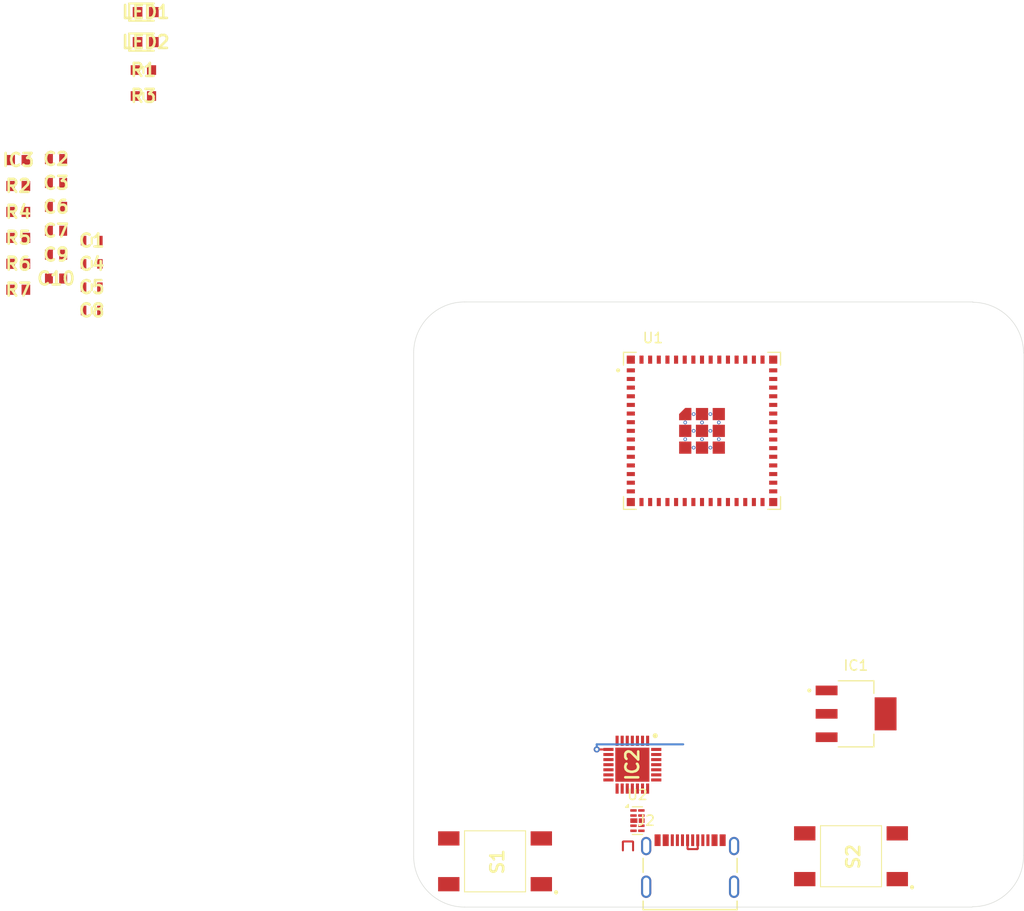
<source format=kicad_pcb>
(kicad_pcb (version 20241229) (generator "pcbnew") (generator_version "9.0")
  (layers (0 "F.Cu" signal) (2 "B.Cu" signal) (13 "F.Paste" user) (15 "B.Paste" user) (5 "F.SilkS" user "F.Silkscreen") (7 "B.SilkS" user "B.Silkscreen") (1 "F.Mask" user) (3 "B.Mask" user) (25 "Edge.Cuts" user))
  (net 0 "")
  (net 1 "+3V3")
  (net 2 "GND")
  (net 3 "+5V_USB")
  (net 4 "/ESP_EN")
  (net 5 "/GPIO0")
  (net 11 "/DTS")
  (net 12 "/USB_RX")
  (net 13 "/USB_TX")
  (net 14 "/RTS")
  (net 20 "unconnected-(IC2-GPIO.4-Pad22)")
  (net 26 "/USB_P")
  (net 28 "/USB_N")
  (net 30 "Net-(IC3-B1)")
  (net 32 "Net-(J2-CC2)")
  (net 33 "Net-(J2-CC1)")
  (net 35 "Net-(LED1-A)")
  (net 36 "Net-(LED2-A)")
  (net 37 "Net-(IC3-B2)")
  (footprint "Cap 0.1uF 0603:CAPC1608X90N" (layer "F.Cu") (at 184.835 203.95)
    (property "Reference" "C2" (at 0 0 0) (layer "F.SilkS") (effects (font (size 1.27 1.27) (thickness 0.254))))
    (property "Value" "10uF" (hide yes))
    (pad "1" smd rect (at -0.7 0) (size 0.78 0.99) (layers "F.Cu" "F.Mask" "F.Paste") (net 2 "GND"))
    (pad "2" smd rect (at 0.7 0) (size 0.78 0.99) (layers "F.Cu" "F.Mask" "F.Paste") (net 3 "+5V_USB"))
  )
  (footprint "Res 5.1k 0603:RESC1608X55N" (layer "F.Cu") (at 193.425 197.75)
    (property "Reference" "R3" (at 0 0 0) (layer "F.SilkS") (effects (font (size 1.27 1.27) (thickness 0.254))))
    (property "Value" "5.1k" (hide yes))
    (fp_line (start 0 -0.3) (end 0 0.3) (stroke (width 0.2)) (layer "F.SilkS"))
    (pad "1" smd rect (at -0.8 0) (size 0.9 0.95) (layers "F.Cu" "F.Mask" "F.Paste") (net 33 "Net-(J2-CC1)"))
    (pad "2" smd rect (at 0.8 0) (size 0.9 0.95) (layers "F.Cu" "F.Mask" "F.Paste") (net 2 "GND"))
  )
  (footprint "Package_DFN_QFN:Diodes_UDFN-10_1.0x2.5mm_P0.5mm" (layer "F.Cu") (at 242 269)
    (property "Reference" "U2" (at 0 -2.54 0) (layer "F.SilkS"))
    (property "Value" "D3V3XA4B10LP" (hide yes))
    (fp_line (start 0.5 -1.36) (end -0.5 -1.36) (stroke (width 0.12)) (layer "F.SilkS"))
    (fp_line (start 0.5 1.36) (end -0.5 1.36) (stroke (width 0.12)) (layer "F.SilkS"))
    (fp_poly (pts (xy -0.89 -1.31) (xy -1.17 -1.31) (xy -0.89 -1.59) (xy -0.89 -1.31)) (stroke (width 0.12)) (fill yes) (layer "F.SilkS"))
    (pad "1" smd rect (at -0.3875 -1 270) (size 0.25 0.625) (layers "F.Cu" "F.Mask" "F.Paste") (net 26 "/USB_P"))
    (pad "2" smd rect (at -0.3875 -0.5 270) (size 0.25 0.625) (layers "F.Cu" "F.Mask" "F.Paste") (net 28 "/USB_N"))
    (pad "3" smd rect (at -0.35 0 270) (size 0.45 0.7) (layers "F.Cu" "F.Mask" "F.Paste") (net 2 "GND"))
    (pad "4" smd rect (at -0.3875 0.5 270) (size 0.25 0.625) (layers "F.Cu" "F.Mask" "F.Paste") (net 3 "+5V_USB"))
    (pad "5" smd rect (at -0.3875 1 270) (size 0.25 0.625) (layers "F.Cu" "F.Mask" "F.Paste"))
    (pad "6" smd rect (at 0.3875 1 270) (size 0.25 0.625) (layers "F.Cu" "F.Mask" "F.Paste"))
    (pad "7" smd rect (at 0.3875 0.5 270) (size 0.25 0.625) (layers "F.Cu" "F.Mask" "F.Paste"))
    (pad "8" smd rect (at 0.4125 0 270) (size 0.45 0.575) (layers "F.Cu" "F.Mask" "F.Paste") (net 2 "GND"))
    (pad "9" smd rect (at 0.3875 -0.5 270) (size 0.25 0.625) (layers "F.Cu" "F.Mask" "F.Paste"))
    (pad "10" smd rect (at 0.3875 -1 270) (size 0.25 0.625) (layers "F.Cu" "F.Mask" "F.Paste"))
  )
  (footprint "Cap 0.1uF 0603:CAPC1608X90N" (layer "F.Cu") (at 184.835 215.7)
    (property "Reference" "C10" (at 0 0 0) (layer "F.SilkS") (effects (font (size 1.27 1.27) (thickness 0.254))))
    (property "Value" "0.1uF" (hide yes))
    (pad "1" smd rect (at -0.7 0) (size 0.78 0.99) (layers "F.Cu" "F.Mask" "F.Paste") (net 2 "GND"))
    (pad "2" smd rect (at 0.7 0) (size 0.78 0.99) (layers "F.Cu" "F.Mask" "F.Paste") (net 5 "/GPIO0"))
  )
  (footprint "REG1117-3.3:SOT230P700X180-4N" (layer "F.Cu") (at 263.5 258.5)
    (property "Reference" "IC1" (at -0.025 -4.754 0) (layer "F.SilkS"))
    (property "Value" "REG1117-3.3")
    (fp_line (start -1.75 -3.25) (end 1.75 -3.25) (stroke (width 0.127)) (layer "F.SilkS"))
    (fp_line (start -1.75 3.25) (end 1.75 3.25) (stroke (width 0.127)) (layer "F.SilkS"))
    (fp_line (start 1.75 -3.25) (end 1.75 -2.01) (stroke (width 0.127)) (layer "F.SilkS"))
    (fp_line (start 1.75 3.25) (end 1.75 2.01) (stroke (width 0.127)) (layer "F.SilkS"))
    (fp_circle (center -4.6 -2.3) (end -4.5 -2.3) (stroke (width 0.2)) (fill no) (layer "F.SilkS"))
    (pad "1" smd rect (at -2.9 -2.3) (size 2.15 0.95) (layers "F.Cu" "F.Mask" "F.Paste") (net 2 "GND"))
    (pad "2" smd rect (at -2.9 0) (size 2.15 0.95) (layers "F.Cu" "F.Mask" "F.Paste") (net 1 "+3V3"))
    (pad "3" smd rect (at -2.9 2.3) (size 2.15 0.95) (layers "F.Cu" "F.Mask" "F.Paste") (net 3 "+5V_USB"))
    (pad "4" smd rect (at 2.9 0) (size 2.15 3.25) (layers "F.Cu" "F.Mask" "F.Paste") (net 1 "+3V3"))
  )
  (footprint "Cap 4.7uF 0603:CAPC1608X90N" (layer "F.Cu") (at 188.345 214.26)
    (property "Reference" "C4" (at 0 0 0) (layer "F.SilkS") (effects (font (size 1.27 1.27) (thickness 0.254))))
    (property "Value" "4.7uF" (hide yes))
    (fp_line (start 0 -0.3) (end 0 0.3) (stroke (width 0.2)) (layer "F.SilkS"))
    (pad "1" smd rect (at -0.8 0) (size 0.54 0.94) (layers "F.Cu" "F.Mask" "F.Paste") (net 3 "+5V_USB"))
    (pad "2" smd rect (at 0.8 0) (size 0.54 0.94) (layers "F.Cu" "F.Mask" "F.Paste") (net 2 "GND"))
  )
  (footprint "Cap 0.1uF 0603:CAPC1608X90N" (layer "F.Cu") (at 184.835 211)
    (property "Reference" "C7" (at 0 0 0) (layer "F.SilkS") (effects (font (size 1.27 1.27) (thickness 0.254))))
    (property "Value" "0.1uF" (hide yes))
    (pad "1" smd rect (at -0.7 0) (size 0.78 0.99) (layers "F.Cu" "F.Mask" "F.Paste") (net 2 "GND"))
    (pad "2" smd rect (at 0.7 0) (size 0.78 0.99) (layers "F.Cu" "F.Mask" "F.Paste") (net 1 "+3V3"))
  )
  (footprint "TL3301AF160QG:TL3301AF160QG" (layer "F.Cu") (at 228 273 90)
    (property "Reference" "S1" (at -0.05 0.225 90) (layer "F.SilkS") (effects (font (size 1.27 1.27) (thickness 0.254))))
    (property "Value" "TL3301AF160QG" (hide yes))
    (fp_line (start 3 -3) (end 3 3) (stroke (width 0.1)) (layer "F.SilkS"))
    (fp_line (start -3 -3) (end 3 -3) (stroke (width 0.1)) (layer "F.SilkS"))
    (fp_line (start 3 3) (end -3 3) (stroke (width 0.1)) (layer "F.SilkS"))
    (fp_line (start -3 3) (end -3 -3) (stroke (width 0.1)) (layer "F.SilkS"))
    (fp_line (start -3 6) (end -3 6) (stroke (width 0.3)) (layer "F.SilkS"))
    (fp_line (start -3.1 6) (end -3.1 6) (stroke (width 0.3)) (layer "F.SilkS"))
    (fp_arc (start -3 6) (mid -3.05 6.05) (end -3.1 6) (stroke (width 0.3)) (layer "F.SilkS"))
    (fp_arc (start -3.1 6) (mid -3.05 5.95) (end -3 6) (stroke (width 0.3)) (layer "F.SilkS"))
    (pad "1" smd rect (at -2.25 4.55 90) (size 1.4 2.1) (layers "F.Cu" "F.Mask" "F.Paste") (net 2 "GND"))
    (pad "2" smd rect (at -2.25 -4.55 90) (size 1.4 2.1) (layers "F.Cu" "F.Mask" "F.Paste") (net 2 "GND"))
    (pad "3" smd rect (at 2.25 4.55 90) (size 1.4 2.1) (layers "F.Cu" "F.Mask" "F.Paste") (net 4 "/ESP_EN"))
    (pad "4" smd rect (at 2.25 -4.55 90) (size 1.4 2.1) (layers "F.Cu" "F.Mask" "F.Paste") (net 4 "/ESP_EN"))
  )
  (footprint "Res 1k 0603:RESC1608X50N" (layer "F.Cu") (at 181.12 206.6)
    (property "Reference" "R2" (at 0 0 0) (layer "F.SilkS") (effects (font (size 1.27 1.27) (thickness 0.254))))
    (property "Value" "1k" (hide yes))
    (pad "1" smd rect (at -0.75 0) (size 0.85 1) (layers "F.Cu" "F.Mask" "F.Paste") (net 3 "+5V_USB"))
    (pad "2" smd rect (at 0.75 0) (size 0.85 1) (layers "F.Cu" "F.Mask" "F.Paste") (net 36 "Net-(LED2-A)"))
  )
  (footprint "Res 5.1k 0603:RESC1608X55N" (layer "F.Cu") (at 193.425 195.2)
    (property "Reference" "R1" (at 0 0 0) (layer "F.SilkS") (effects (font (size 1.27 1.27) (thickness 0.254))))
    (property "Value" "5.1k" (hide yes))
    (fp_line (start 0 -0.3) (end 0 0.3) (stroke (width 0.2)) (layer "F.SilkS"))
    (pad "1" smd rect (at -0.8 0) (size 0.9 0.95) (layers "F.Cu" "F.Mask" "F.Paste") (net 32 "Net-(J2-CC2)"))
    (pad "2" smd rect (at 0.8 0) (size 0.9 0.95) (layers "F.Cu" "F.Mask" "F.Paste") (net 2 "GND"))
  )
  (footprint "Red LED 0603:LEDC1608X115N" (layer "F.Cu") (at 193.65 192.45)
    (property "Reference" "LED2" (at 0 0 0) (layer "F.SilkS") (effects (font (size 1.27 1.27) (thickness 0.254))))
    (property "Value" "150060RS83000" (hide yes))
    (fp_line (start -1.625 -0.85) (end -1.625 0.85) (stroke (width 0.2)) (layer "F.SilkS"))
    (fp_line (start -1.625 0.85) (end 0.8 0.85) (stroke (width 0.2)) (layer "F.SilkS"))
    (fp_line (start 0.8 -0.85) (end -1.625 -0.85) (stroke (width 0.2)) (layer "F.SilkS"))
    (pad "1" smd rect (at -0.8 0) (size 0.95 1) (layers "F.Cu" "F.Mask" "F.Paste") (net 2 "GND"))
    (pad "2" smd rect (at 0.8 0) (size 0.95 1) (layers "F.Cu" "F.Mask" "F.Paste") (net 36 "Net-(LED2-A)"))
  )
  (footprint "Cap 0.1uF 0603:CAPC1608X90N" (layer "F.Cu") (at 184.835 208.65)
    (property "Reference" "C6" (at 0 0 0) (layer "F.SilkS") (effects (font (size 1.27 1.27) (thickness 0.254))))
    (property "Value" "0.1uF" (hide yes))
    (pad "1" smd rect (at -0.7 0) (size 0.78 0.99) (layers "F.Cu" "F.Mask" "F.Paste") (net 1 "+3V3"))
    (pad "2" smd rect (at 0.7 0) (size 0.78 0.99) (layers "F.Cu" "F.Mask" "F.Paste") (net 2 "GND"))
  )
  (footprint "ESP32-S3-MINI-1U-N8:XCVR_ESP32-S3-MINI-1U-N8" (layer "F.Cu") (at 248.35 230.675)
    (property "Reference" "U1" (at -4.825 -9.135 0) (layer "F.SilkS"))
    (property "Value" "ESP32-S3-MINI-1U-N8")
    (fp_line (start -7.72 -7.72) (end -6.47 -7.72) (stroke (width 0.127)) (layer "F.SilkS"))
    (fp_line (start -7.72 -6.47) (end -7.72 -7.72) (stroke (width 0.127)) (layer "F.SilkS"))
    (fp_line (start -7.72 7.72) (end -7.72 6.47) (stroke (width 0.127)) (layer "F.SilkS"))
    (fp_line (start -6.47 7.72) (end -7.72 7.72) (stroke (width 0.127)) (layer "F.SilkS"))
    (fp_line (start 6.47 -7.72) (end 7.72 -7.72) (stroke (width 0.127)) (layer "F.SilkS"))
    (fp_line (start 7.72 -7.72) (end 7.72 -6.47) (stroke (width 0.127)) (layer "F.SilkS"))
    (fp_line (start 7.72 6.47) (end 7.72 7.72) (stroke (width 0.127)) (layer "F.SilkS"))
    (fp_line (start 7.72 7.72) (end 6.47 7.72) (stroke (width 0.127)) (layer "F.SilkS"))
    (fp_circle (center -8.25 -5.95) (end -8.15 -5.95) (stroke (width 0.2)) (fill no) (layer "F.SilkS"))
    (pad "1" smd rect (at -7 -5.95) (size 0.8 0.4) (layers "F.Cu" "F.Mask" "F.Paste") (net 2 "GND"))
    (pad "2" smd rect (at -7 -5.1) (size 0.8 0.4) (layers "F.Cu" "F.Mask" "F.Paste") (net 2 "GND"))
    (pad "3" smd rect (at -7 -4.25) (size 0.8 0.4) (layers "F.Cu" "F.Mask" "F.Paste") (net 1 "+3V3"))
    (pad "4" smd rect (at -7 -3.4) (size 0.8 0.4) (layers "F.Cu" "F.Mask" "F.Paste") (net 5 "/GPIO0"))
    (pad "5" smd rect (at -7 -2.55) (size 0.8 0.4) (layers "F.Cu" "F.Mask" "F.Paste"))
    (pad "6" smd rect (at -7 -1.7) (size 0.8 0.4) (layers "F.Cu" "F.Mask" "F.Paste"))
    (pad "7" smd rect (at -7 -0.85) (size 0.8 0.4) (layers "F.Cu" "F.Mask" "F.Paste"))
    (pad "8" smd rect (at -7 0) (size 0.8 0.4) (layers "F.Cu" "F.Mask" "F.Paste"))
    (pad "9" smd rect (at -7 0.85) (size 0.8 0.4) (layers "F.Cu" "F.Mask" "F.Paste"))
    (pad "10" smd rect (at -7 1.7) (size 0.8 0.4) (layers "F.Cu" "F.Mask" "F.Paste"))
    (pad "11" smd rect (at -7 2.55) (size 0.8 0.4) (layers "F.Cu" "F.Mask" "F.Paste"))
    (pad "12" smd rect (at -7 3.4) (size 0.8 0.4) (layers "F.Cu" "F.Mask" "F.Paste"))
    (pad "13" smd rect (at -7 4.25) (size 0.8 0.4) (layers "F.Cu" "F.Mask" "F.Paste"))
    (pad "14" smd rect (at -7 5.1) (size 0.8 0.4) (layers "F.Cu" "F.Mask" "F.Paste"))
    (pad "15" smd rect (at -7 5.95) (size 0.8 0.4) (layers "F.Cu" "F.Mask" "F.Paste"))
    (pad "16" smd rect (at -5.95 7) (size 0.4 0.8) (layers "F.Cu" "F.Mask" "F.Paste"))
    (pad "17" smd rect (at -5.1 7) (size 0.4 0.8) (layers "F.Cu" "F.Mask" "F.Paste"))
    (pad "18" smd rect (at -4.25 7) (size 0.4 0.8) (layers "F.Cu" "F.Mask" "F.Paste"))
    (pad "19" smd rect (at -3.4 7) (size 0.4 0.8) (layers "F.Cu" "F.Mask" "F.Paste"))
    (pad "20" smd rect (at -2.55 7) (size 0.4 0.8) (layers "F.Cu" "F.Mask" "F.Paste"))
    (pad "21" smd rect (at -1.7 7) (size 0.4 0.8) (layers "F.Cu" "F.Mask" "F.Paste"))
    (pad "22" smd rect (at -0.85 7) (size 0.4 0.8) (layers "F.Cu" "F.Mask" "F.Paste"))
    (pad "23" smd rect (at 0 7) (size 0.4 0.8) (layers "F.Cu" "F.Mask" "F.Paste"))
    (pad "24" smd rect (at 0.85 7) (size 0.4 0.8) (layers "F.Cu" "F.Mask" "F.Paste"))
    (pad "25" smd rect (at 1.7 7) (size 0.4 0.8) (layers "F.Cu" "F.Mask" "F.Paste"))
    (pad "26" smd rect (at 2.55 7) (size 0.4 0.8) (layers "F.Cu" "F.Mask" "F.Paste"))
    (pad "27" smd rect (at 3.4 7) (size 0.4 0.8) (layers "F.Cu" "F.Mask" "F.Paste"))
    (pad "28" smd rect (at 4.25 7) (size 0.4 0.8) (layers "F.Cu" "F.Mask" "F.Paste"))
    (pad "29" smd rect (at 5.1 7) (size 0.4 0.8) (layers "F.Cu" "F.Mask" "F.Paste"))
    (pad "30" smd rect (at 5.95 7) (size 0.4 0.8) (layers "F.Cu" "F.Mask" "F.Paste"))
    (pad "31" smd rect (at 7 5.95) (size 0.8 0.4) (layers "F.Cu" "F.Mask" "F.Paste"))
    (pad "32" smd rect (at 7 5.1) (size 0.8 0.4) (layers "F.Cu" "F.Mask" "F.Paste"))
    (pad "33" smd rect (at 7 4.25) (size 0.8 0.4) (layers "F.Cu" "F.Mask" "F.Paste"))
    (pad "34" smd rect (at 7 3.4) (size 0.8 0.4) (layers "F.Cu" "F.Mask" "F.Paste"))
    (pad "35" smd rect (at 7 2.55) (size 0.8 0.4) (layers "F.Cu" "F.Mask" "F.Paste"))
    (pad "36" smd rect (at 7 1.7) (size 0.8 0.4) (layers "F.Cu" "F.Mask" "F.Paste"))
    (pad "37" smd rect (at 7 0.85) (size 0.8 0.4) (layers "F.Cu" "F.Mask" "F.Paste"))
    (pad "38" smd rect (at 7 0) (size 0.8 0.4) (layers "F.Cu" "F.Mask" "F.Paste"))
    (pad "39" smd rect (at 7 -0.85) (size 0.8 0.4) (layers "F.Cu" "F.Mask" "F.Paste") (net 13 "/USB_TX"))
    (pad "40" smd rect (at 7 -1.7) (size 0.8 0.4) (layers "F.Cu" "F.Mask" "F.Paste") (net 12 "/USB_RX"))
    (pad "41" smd rect (at 7 -2.55) (size 0.8 0.4) (layers "F.Cu" "F.Mask" "F.Paste"))
    (pad "42" smd rect (at 7 -3.4) (size 0.8 0.4) (layers "F.Cu" "F.Mask" "F.Paste") (net 2 "GND"))
    (pad "43" smd rect (at 7 -4.25) (size 0.8 0.4) (layers "F.Cu" "F.Mask" "F.Paste") (net 2 "GND"))
    (pad "44" smd rect (at 7 -5.1) (size 0.8 0.4) (layers "F.Cu" "F.Mask" "F.Paste"))
    (pad "45" smd rect (at 7 -5.95) (size 0.8 0.4) (layers "F.Cu" "F.Mask" "F.Paste") (net 4 "/ESP_EN"))
    (pad "46" smd rect (at 5.95 -7) (size 0.4 0.8) (layers "F.Cu" "F.Mask" "F.Paste") (net 2 "GND"))
    (pad "47" smd rect (at 5.1 -7) (size 0.4 0.8) (layers "F.Cu" "F.Mask" "F.Paste") (net 2 "GND"))
    (pad "48" smd rect (at 4.25 -7) (size 0.4 0.8) (layers "F.Cu" "F.Mask" "F.Paste") (net 2 "GND"))
    (pad "49" smd rect (at 3.4 -7) (size 0.4 0.8) (layers "F.Cu" "F.Mask" "F.Paste") (net 2 "GND"))
    (pad "50" smd rect (at 2.55 -7) (size 0.4 0.8) (layers "F.Cu" "F.Mask" "F.Paste") (net 2 "GND"))
    (pad "51" smd rect (at 1.7 -7) (size 0.4 0.8) (layers "F.Cu" "F.Mask" "F.Paste") (net 2 "GND"))
    (pad "52" smd rect (at 0.85 -7) (size 0.4 0.8) (layers "F.Cu" "F.Mask" "F.Paste") (net 2 "GND"))
    (pad "53" smd rect (at 0 -7) (size 0.4 0.8) (layers "F.Cu" "F.Mask" "F.Paste") (net 2 "GND"))
    (pad "54" smd rect (at -0.85 -7) (size 0.4 0.8) (layers "F.Cu" "F.Mask" "F.Paste") (net 2 "GND"))
    (pad "55" smd rect (at -1.7 -7) (size 0.4 0.8) (layers "F.Cu" "F.Mask" "F.Paste") (net 2 "GND"))
    (pad "56" smd rect (at -2.55 -7) (size 0.4 0.8) (layers "F.Cu" "F.Mask" "F.Paste") (net 2 "GND"))
    (pad "57" smd rect (at -3.4 -7) (size 0.4 0.8) (layers "F.Cu" "F.Mask" "F.Paste") (net 2 "GND"))
    (pad "58" smd rect (at -4.25 -7) (size 0.4 0.8) (layers "F.Cu" "F.Mask" "F.Paste") (net 2 "GND"))
    (pad "59" smd rect (at -5.1 -7) (size 0.4 0.8) (layers "F.Cu" "F.Mask" "F.Paste") (net 2 "GND"))
    (pad "60" smd rect (at -5.95 -7) (size 0.4 0.8) (layers "F.Cu" "F.Mask" "F.Paste") (net 2 "GND"))
    (pad "61_1" smd custom (at -1.65 -1.65) (size 0.4 0.4) (layers "F.Cu") (net 2 "GND") (options (clearance outline) (anchor rect)) (primitives (gr_poly (pts (xy -0.6 0.6) (xy 0.6 0.6) (xy 0.6 -0.6) (xy 0 -0.6) (xy -0.6 0)) (width 0.01) (fill yes))))
    (pad "61_2" smd rect (at 0 -1.65) (size 1.2 1.2) (layers "F.Cu" "F.Mask" "F.Paste") (net 2 "GND"))
    (pad "61_3" smd rect (at 1.65 -1.65) (size 1.2 1.2) (layers "F.Cu" "F.Mask" "F.Paste") (net 2 "GND"))
    (pad "61_4" smd rect (at -1.65 0) (size 1.2 1.2) (layers "F.Cu" "F.Mask" "F.Paste") (net 2 "GND"))
    (pad "61_5" smd rect (at 0 0) (size 1.2 1.2) (layers "F.Cu" "F.Mask" "F.Paste") (net 2 "GND"))
    (pad "61_6" smd rect (at 1.65 0) (size 1.2 1.2) (layers "F.Cu" "F.Mask" "F.Paste") (net 2 "GND"))
    (pad "61_7" smd rect (at -1.65 1.65) (size 1.2 1.2) (layers "F.Cu" "F.Mask" "F.Paste") (net 2 "GND"))
    (pad "61_8" smd rect (at 0 1.65) (size 1.2 1.2) (layers "F.Cu" "F.Mask" "F.Paste") (net 2 "GND"))
    (pad "61_9" smd rect (at 1.65 1.65) (size 1.2 1.2) (layers "F.Cu" "F.Mask" "F.Paste") (net 2 "GND"))
    (pad "62" smd rect (at -7 -7) (size 0.8 0.8) (layers "F.Cu" "F.Mask" "F.Paste") (net 2 "GND"))
    (pad "63" smd rect (at -7 7) (size 0.8 0.8) (layers "F.Cu" "F.Mask" "F.Paste") (net 2 "GND"))
    (pad "64" smd rect (at 7 7) (size 0.8 0.8) (layers "F.Cu" "F.Mask" "F.Paste") (net 2 "GND"))
    (pad "65" smd rect (at 7 -7) (size 0.8 0.8) (layers "F.Cu" "F.Mask" "F.Paste") (net 2 "GND"))
    (pad "66_1" thru_hole circle (at -0.825 -1.65) (size 0.35 0.35) (drill 0.2) (layers "*.Cu"))
    (pad "66_2" thru_hole circle (at 0.825 -1.65) (size 0.35 0.35) (drill 0.2) (layers "*.Cu"))
    (pad "66_3" thru_hole circle (at -1.65 -0.825) (size 0.35 0.35) (drill 0.2) (layers "*.Cu"))
    (pad "66_4" thru_hole circle (at 0 -0.825) (size 0.35 0.35) (drill 0.2) (layers "*.Cu"))
    (pad "66_5" thru_hole circle (at 1.65 -0.825) (size 0.35 0.35) (drill 0.2) (layers "*.Cu"))
    (pad "66_6" thru_hole circle (at -0.825 0) (size 0.35 0.35) (drill 0.2) (layers "*.Cu"))
    (pad "66_7" thru_hole circle (at 0.825 0) (size 0.35 0.35) (drill 0.2) (layers "*.Cu"))
    (pad "66_8" thru_hole circle (at -1.65 0.825) (size 0.35 0.35) (drill 0.2) (layers "*.Cu"))
    (pad "66_9" thru_hole circle (at 0 0.825) (size 0.35 0.35) (drill 0.2) (layers "*.Cu"))
    (pad "66_10" thru_hole circle (at 1.65 0.825) (size 0.35 0.35) (drill 0.2) (layers "*.Cu"))
    (pad "66_11" thru_hole circle (at -0.825 1.65) (size 0.35 0.35) (drill 0.2) (layers "*.Cu"))
    (pad "66_12" thru_hole circle (at 0.825 1.65) (size 0.35 0.35) (drill 0.2) (layers "*.Cu"))
  )
  (footprint "Res 1k 0603:RESC1608X50N" (layer "F.Cu") (at 181.12 216.8)
    (property "Reference" "R7" (at 0 0 0) (layer "F.SilkS") (effects (font (size 1.27 1.27) (thickness 0.254))))
    (property "Value" "1k" (hide yes))
    (pad "1" smd rect (at -0.75 0) (size 0.85 1) (layers "F.Cu" "F.Mask" "F.Paste") (net 1 "+3V3"))
    (pad "2" smd rect (at 0.75 0) (size 0.85 1) (layers "F.Cu" "F.Mask" "F.Paste") (net 35 "Net-(LED1-A)"))
  )
  (footprint "Cap 10uF 0603:CAPC1608X90N" (layer "F.Cu") (at 188.345 211.97)
    (property "Reference" "C1" (at 0 0 0) (layer "F.SilkS") (effects (font (size 1.27 1.27) (thickness 0.254))))
    (property "Value" "10uF" (hide yes))
    (fp_line (start 0 -0.3) (end 0 0.3) (stroke (width 0.2)) (layer "F.SilkS"))
    (pad "1" smd rect (at -0.8 0) (size 0.54 0.94) (layers "F.Cu" "F.Mask" "F.Paste") (net 1 "+3V3"))
    (pad "2" smd rect (at 0.8 0) (size 0.54 0.94) (layers "F.Cu" "F.Mask" "F.Paste") (net 2 "GND"))
  )
  (footprint "Res 10k 0603:RESC1608X50N" (layer "F.Cu") (at 181.12 214.25)
    (property "Reference" "R6" (at 0 0 0) (layer "F.SilkS") (effects (font (size 1.27 1.27) (thickness 0.254))))
    (property "Value" "10k" (hide yes))
    (pad "1" smd rect (at -0.75 0) (size 0.85 1) (layers "F.Cu" "F.Mask" "F.Paste") (net 4 "/ESP_EN"))
    (pad "2" smd rect (at 0.75 0) (size 0.85 1) (layers "F.Cu" "F.Mask" "F.Paste") (net 1 "+3V3"))
  )
  (footprint "Cap 4.7uF 0603:CAPC1608X90N" (layer "F.Cu") (at 188.345 216.55)
    (property "Reference" "C5" (at 0 0 0) (layer "F.SilkS") (effects (font (size 1.27 1.27) (thickness 0.254))))
    (property "Value" "4.7uF" (hide yes))
    (fp_line (start 0 -0.3) (end 0 0.3) (stroke (width 0.2)) (layer "F.SilkS"))
    (pad "1" smd rect (at -0.8 0) (size 0.54 0.94) (layers "F.Cu" "F.Mask" "F.Paste") (net 1 "+3V3"))
    (pad "2" smd rect (at 0.8 0) (size 0.54 0.94) (layers "F.Cu" "F.Mask" "F.Paste") (net 2 "GND"))
  )
  (footprint "Res 10k 0603:RESC1608X50N" (layer "F.Cu") (at 181.12 204.05)
    (property "Reference" "IC3" (at 0 0 0) (layer "F.SilkS") (effects (font (size 1.27 1.27) (thickness 0.254))))
    (property "Value" "SBC846BDW1T1G" (hide yes))
    (pad "1" smd rect (at -0.75 0) (size 0.85 1) (layers "F.Cu" "F.Mask" "F.Paste") (net 14 "/RTS"))
    (pad "2" smd rect (at 0.75 0) (size 0.85 1) (layers "F.Cu" "F.Mask" "F.Paste") (net 30 "Net-(IC3-B1)"))
  )
  (footprint "TL3301AF160QG:TL3301AF160QG" (layer "F.Cu") (at 263 272.5 90)
    (property "Reference" "S2" (at -0.05 0.225 90) (layer "F.SilkS") (effects (font (size 1.27 1.27) (thickness 0.254))))
    (property "Value" "TL3301AF160QG" (hide yes))
    (fp_line (start 3 -3) (end 3 3) (stroke (width 0.1)) (layer "F.SilkS"))
    (fp_line (start -3 -3) (end 3 -3) (stroke (width 0.1)) (layer "F.SilkS"))
    (fp_line (start 3 3) (end -3 3) (stroke (width 0.1)) (layer "F.SilkS"))
    (fp_line (start -3 3) (end -3 -3) (stroke (width 0.1)) (layer "F.SilkS"))
    (fp_line (start -3 6) (end -3 6) (stroke (width 0.3)) (layer "F.SilkS"))
    (fp_line (start -3.1 6) (end -3.1 6) (stroke (width 0.3)) (layer "F.SilkS"))
    (fp_arc (start -3 6) (mid -3.05 6.05) (end -3.1 6) (stroke (width 0.3)) (layer "F.SilkS"))
    (fp_arc (start -3.1 6) (mid -3.05 5.95) (end -3 6) (stroke (width 0.3)) (layer "F.SilkS"))
    (pad "1" smd rect (at -2.25 4.55 90) (size 1.4 2.1) (layers "F.Cu" "F.Mask" "F.Paste") (net 2 "GND"))
    (pad "2" smd rect (at -2.25 -4.55 90) (size 1.4 2.1) (layers "F.Cu" "F.Mask" "F.Paste") (net 2 "GND"))
    (pad "3" smd rect (at 2.25 4.55 90) (size 1.4 2.1) (layers "F.Cu" "F.Mask" "F.Paste") (net 5 "/GPIO0"))
    (pad "4" smd rect (at 2.25 -4.55 90) (size 1.4 2.1) (layers "F.Cu" "F.Mask" "F.Paste") (net 5 "/GPIO0"))
  )
  (footprint "Res 10k 0603:RESC1608X50N" (layer "F.Cu") (at 181.12 211.7)
    (property "Reference" "R5" (at 0 0 0) (layer "F.SilkS") (effects (font (size 1.27 1.27) (thickness 0.254))))
    (property "Value" "10k" (hide yes))
    (pad "1" smd rect (at -0.75 0) (size 0.85 1) (layers "F.Cu" "F.Mask" "F.Paste") (net 37 "Net-(IC3-B2)"))
    (pad "2" smd rect (at 0.75 0) (size 0.85 1) (layers "F.Cu" "F.Mask" "F.Paste") (net 14 "/RTS"))
  )
  (footprint "Cap 0.1uF 0603:CAPC1608X90N" (layer "F.Cu") (at 184.835 206.3)
    (property "Reference" "C3" (at 0 0 0) (layer "F.SilkS") (effects (font (size 1.27 1.27) (thickness 0.254))))
    (property "Value" "0.1uF" (hide yes))
    (pad "1" smd rect (at -0.7 0) (size 0.78 0.99) (layers "F.Cu" "F.Mask" "F.Paste") (net 3 "+5V_USB"))
    (pad "2" smd rect (at 0.7 0) (size 0.78 0.99) (layers "F.Cu" "F.Mask" "F.Paste") (net 2 "GND"))
  )
  (footprint "Red LED 0603:LEDC1608X115N" (layer "F.Cu") (at 193.65 189.5)
    (property "Reference" "LED1" (at 0 0 0) (layer "F.SilkS") (effects (font (size 1.27 1.27) (thickness 0.254))))
    (property "Value" "150060RS83000" (hide yes))
    (fp_line (start -1.625 -0.85) (end -1.625 0.85) (stroke (width 0.2)) (layer "F.SilkS"))
    (fp_line (start -1.625 0.85) (end 0.8 0.85) (stroke (width 0.2)) (layer "F.SilkS"))
    (fp_line (start 0.8 -0.85) (end -1.625 -0.85) (stroke (width 0.2)) (layer "F.SilkS"))
    (pad "1" smd rect (at -0.8 0) (size 0.95 1) (layers "F.Cu" "F.Mask" "F.Paste") (net 2 "GND"))
    (pad "2" smd rect (at 0.8 0) (size 0.95 1) (layers "F.Cu" "F.Mask" "F.Paste") (net 35 "Net-(LED1-A)"))
  )
  (footprint "CP2102N-A02-GQFN28:QFN50P500X500X80-29N-D" (layer "F.Cu") (at 241.5 263.5 -90)
    (property "Reference" "IC2" (at 0 0 90) (layer "F.SilkS") (effects (font (size 1.27 1.27) (thickness 0.254))))
    (property "Value" "CP2102N-A02-GQFN28" (hide yes))
    (fp_circle (center -2.85 -2.25) (end -2.85 -2.125) (stroke (width 0.25)) (fill no) (layer "F.SilkS"))
    (pad "1" smd rect (at -2.35 -1.5) (size 0.3 1) (layers "F.Cu" "F.Mask" "F.Paste"))
    (pad "2" smd rect (at -2.35 -1) (size 0.3 1) (layers "F.Cu" "F.Mask" "F.Paste"))
    (pad "3" smd rect (at -2.35 -0.5) (size 0.3 1) (layers "F.Cu" "F.Mask" "F.Paste") (net 2 "GND"))
    (pad "4" smd rect (at -2.35 0) (size 0.3 1) (layers "F.Cu" "F.Mask" "F.Paste") (net 26 "/USB_P"))
    (pad "5" smd rect (at -2.35 0.5) (size 0.3 1) (layers "F.Cu" "F.Mask" "F.Paste") (net 28 "/USB_N"))
    (pad "6" smd rect (at -2.35 1) (size 0.3 1) (layers "F.Cu" "F.Mask" "F.Paste") (net 1 "+3V3"))
    (pad "7" smd rect (at -2.35 1.5) (size 0.3 1) (layers "F.Cu" "F.Mask" "F.Paste") (net 1 "+3V3"))
    (pad "8" smd rect (at -1.5 2.35 270) (size 0.3 1) (layers "F.Cu" "F.Mask" "F.Paste") (net 3 "+5V_USB"))
    (pad "9" smd rect (at -1 2.35 270) (size 0.3 1) (layers "F.Cu" "F.Mask" "F.Paste"))
    (pad "10" smd rect (at -0.5 2.35 270) (size 0.3 1) (layers "F.Cu" "F.Mask" "F.Paste"))
    (pad "11" smd rect (at 0 2.35 270) (size 0.3 1) (layers "F.Cu" "F.Mask" "F.Paste"))
    (pad "12" smd rect (at 0.5 2.35 270) (size 0.3 1) (layers "F.Cu" "F.Mask" "F.Paste"))
    (pad "13" smd rect (at 1 2.35 270) (size 0.3 1) (layers "F.Cu" "F.Mask" "F.Paste"))
    (pad "14" smd rect (at 1.5 2.35 270) (size 0.3 1) (layers "F.Cu" "F.Mask" "F.Paste"))
    (pad "15" smd rect (at 2.35 1.5) (size 0.3 1) (layers "F.Cu" "F.Mask" "F.Paste"))
    (pad "16" smd rect (at 2.35 1) (size 0.3 1) (layers "F.Cu" "F.Mask" "F.Paste"))
    (pad "17" smd rect (at 2.35 0.5) (size 0.3 1) (layers "F.Cu" "F.Mask" "F.Paste"))
    (pad "18" smd rect (at 2.35 0) (size 0.3 1) (layers "F.Cu" "F.Mask" "F.Paste"))
    (pad "19" smd rect (at 2.35 -0.5) (size 0.3 1) (layers "F.Cu" "F.Mask" "F.Paste"))
    (pad "20" smd rect (at 2.35 -1) (size 0.3 1) (layers "F.Cu" "F.Mask" "F.Paste"))
    (pad "21" smd rect (at 2.35 -1.5) (size 0.3 1) (layers "F.Cu" "F.Mask" "F.Paste"))
    (pad "22" smd rect (at 1.5 -2.35 270) (size 0.3 1) (layers "F.Cu" "F.Mask" "F.Paste") (net 20 "unconnected-(IC2-GPIO.4-Pad22)"))
    (pad "23" smd rect (at 1 -2.35 270) (size 0.3 1) (layers "F.Cu" "F.Mask" "F.Paste"))
    (pad "24" smd rect (at 0.5 -2.35 270) (size 0.3 1) (layers "F.Cu" "F.Mask" "F.Paste") (net 14 "/RTS"))
    (pad "25" smd rect (at 0 -2.35 270) (size 0.3 1) (layers "F.Cu" "F.Mask" "F.Paste") (net 13 "/USB_TX"))
    (pad "26" smd rect (at -0.5 -2.35 270) (size 0.3 1) (layers "F.Cu" "F.Mask" "F.Paste") (net 12 "/USB_RX"))
    (pad "27" smd rect (at -1 -2.35 270) (size 0.3 1) (layers "F.Cu" "F.Mask" "F.Paste"))
    (pad "28" smd rect (at -1.5 -2.35 270) (size 0.3 1) (layers "F.Cu" "F.Mask" "F.Paste") (net 11 "/DTS"))
    (pad "29" smd rect (at 0 0 270) (size 3.35 3.35) (layers "F.Cu" "F.Mask" "F.Paste") (net 2 "GND"))
  )
  (footprint "Cap 0.1uF 0603:CAPC1608X90N" (layer "F.Cu") (at 184.835 213.35)
    (property "Reference" "C9" (at 0 0 0) (layer "F.SilkS") (effects (font (size 1.27 1.27) (thickness 0.254))))
    (property "Value" "0.1uF" (hide yes))
    (pad "1" smd rect (at -0.7 0) (size 0.78 0.99) (layers "F.Cu" "F.Mask" "F.Paste") (net 2 "GND"))
    (pad "2" smd rect (at 0.7 0) (size 0.78 0.99) (layers "F.Cu" "F.Mask" "F.Paste") (net 4 "/ESP_EN"))
  )
  (footprint "Res 10k 0603:RESC1608X50N" (layer "F.Cu") (at 181.12 209.15)
    (property "Reference" "R4" (at 0 0 0) (layer "F.SilkS") (effects (font (size 1.27 1.27) (thickness 0.254))))
    (property "Value" "10k" (hide yes))
    (pad "1" smd rect (at -0.75 0) (size 0.85 1) (layers "F.Cu" "F.Mask" "F.Paste") (net 11 "/DTS"))
    (pad "2" smd rect (at 0.75 0) (size 0.85 1) (layers "F.Cu" "F.Mask" "F.Paste") (net 30 "Net-(IC3-B1)"))
  )
  (footprint "2171790001(1):MOLEX_2171790001" (layer "F.Cu") (at 247.18 274.35)
    (property "Reference" "J2" (at -4.32 -5.35 0) (layer "F.SilkS"))
    (property "Value" "USB_C_Receptacle_USB2.0_16P" (hide yes))
    (fp_line (start -4.62 -0.27) (end -4.62 -1.63) (stroke (width 0.15)) (layer "F.SilkS"))
    (fp_line (start -4.62 3.4) (end -4.62 2.57) (stroke (width 0.15)) (layer "F.SilkS"))
    (fp_line (start 4.62 -1.63) (end 4.62 -0.27) (stroke (width 0.15)) (layer "F.SilkS"))
    (fp_line (start 4.62 2.57) (end 4.62 3.4) (stroke (width 0.15)) (layer "F.SilkS"))
    (fp_line (start 4.62 3.4) (end -4.62 3.4) (stroke (width 0.15)) (layer "F.SilkS"))
    (pad "A1B12" smd rect (at -3.2 -3.425) (size 0.59 1.15) (layers "F.Cu" "F.Paste"))
    (pad "A4B9" smd rect (at -2.4 -3.425) (size 0.59 1.15) (layers "F.Cu" "F.Paste"))
    (pad "A5" smd rect (at -1.25 -3.425) (size 0.298 1.15) (layers "F.Cu" "F.Paste") (net 33 "Net-(J2-CC1)"))
    (pad "A6" smd rect (at -0.25 -3.425) (size 0.298 1.15) (layers "F.Cu" "F.Paste") (net 26 "/USB_P"))
    (pad "A7" smd rect (at 0.25 -3.425) (size 0.298 1.15) (layers "F.Cu" "F.Paste") (net 28 "/USB_N"))
    (pad "A8" smd rect (at 1.25 -3.425) (size 0.298 1.15) (layers "F.Cu" "F.Paste"))
    (pad "B1A12" smd rect (at 3.2 -3.425) (size 0.59 1.15) (layers "F.Cu" "F.Paste"))
    (pad "B4A9" smd rect (at 2.4 -3.425) (size 0.59 1.15) (layers "F.Cu" "F.Paste"))
    (pad "B5" smd rect (at 1.75 -3.425) (size 0.298 1.15) (layers "F.Cu" "F.Paste") (net 32 "Net-(J2-CC2)"))
    (pad "B6" smd rect (at 0.75 -3.425) (size 0.298 1.15) (layers "F.Cu" "F.Paste") (net 26 "/USB_P"))
    (pad "B7" smd rect (at -0.75 -3.425) (size 0.298 1.15) (layers "F.Cu" "F.Paste") (net 28 "/USB_N"))
    (pad "B8" smd rect (at -1.75 -3.425) (size 0.298 1.15) (layers "F.Cu" "F.Paste"))
    (pad "SH1" thru_hole oval (at -4.32 1.15) (size 1 2.2) (drill oval 0.6 1.8) (layers "*.Cu" "*.Mask"))
    (pad "SH2" thru_hole oval (at 4.32 1.15) (size 1 2.2) (drill oval 0.6 1.8) (layers "*.Cu" "*.Mask"))
    (pad "SH3" thru_hole oval (at -4.32 -2.85) (size 1 1.8) (drill oval 0.6 1.4) (layers "*.Cu" "*.Mask"))
    (pad "SH4" thru_hole oval (at 4.32 -2.85) (size 1 1.8) (drill oval 0.6 1.4) (layers "*.Cu" "*.Mask"))
  )
  (footprint "Cap 10uF 0603:CAPC1608X90N" (layer "F.Cu") (at 188.345 218.84)
    (property "Reference" "C8" (at 0 0 0) (layer "F.SilkS") (effects (font (size 1.27 1.27) (thickness 0.254))))
    (property "Value" "10uF" (hide yes))
    (fp_line (start 0 -0.3) (end 0 0.3) (stroke (width 0.2)) (layer "F.SilkS"))
    (pad "1" smd rect (at -0.8 0) (size 0.54 0.94) (layers "F.Cu" "F.Mask" "F.Paste") (net 2 "GND"))
    (pad "2" smd rect (at 0.8 0) (size 0.54 0.94) (layers "F.Cu" "F.Mask" "F.Paste") (net 1 "+3V3"))
  )
  (gr_arc (start 220 223) (mid 221.464466 219.464466) (end 225 218) (stroke (width 0.05)) (layer "Edge.Cuts"))
  (gr_line (start 225 218) (end 275 218) (stroke (width 0.05)) (layer "Edge.Cuts"))
  (gr_arc (start 279.964377 272.428843) (mid 278.5 276) (end 274.928843 277.464377) (stroke (width 0.05)) (layer "Edge.Cuts"))
  (gr_arc (start 274.964466 218.035534) (mid 278.5 219.5) (end 279.964466 223.035534) (stroke (width 0.05)) (layer "Edge.Cuts"))
  (gr_line (start 220 272.5) (end 220 223) (stroke (width 0.05)) (layer "Edge.Cuts"))
  (gr_line (start 279.964377 272.428904) (end 280 223) (stroke (width 0.05)) (layer "Edge.Cuts"))
  (gr_arc (start 225 277.5) (mid 221.464466 276.035534) (end 220 272.5) (stroke (width 0.05)) (layer "Edge.Cuts"))
  (gr_line (start 225 277.5) (end 274.928843 277.5) (stroke (width 0.05)) (layer "Edge.Cuts"))
  (segment (start 239.15 262) (end 238 262) (width 0.2) (layer "F.Cu") (net 3))
  (via (at 238 262) (size 0.6) (drill 0.3) (layers "F.Cu" "B.Cu") (net 3))
  (segment (start 238 261.5) (end 246.5 261.5) (width 0.2) (layer "B.Cu") (net 3))
  (segment (start 238 262) (end 238 261.5) (width 0.2) (layer "B.Cu") (net 3))
  (segment (start 243.85 265) (end 244 265) (width 0.2) (layer "F.Cu") (net 20))
  (segment (start 246.93 270.925) (end 246.93 271.751) (width 0.2) (layer "F.Cu") (net 26))
  (segment (start 246.93 271.751) (end 246.98 271.801) (width 0.2) (layer "F.Cu") (net 26))
  (segment (start 247.88 271.801) (end 247.93 271.751) (width 0.2) (layer "F.Cu") (net 26))
  (segment (start 246.98 271.801) (end 247.88 271.801) (width 0.2) (layer "F.Cu") (net 26))
  (segment (start 247.93 271.751) (end 247.93 270.925) (width 0.2) (layer "F.Cu") (net 26))
  (segment (start 240.57 271.925) (end 240.57 271.099) (width 0.2) (layer "F.Cu") (net 28))
  (segment (start 241.57 271.099) (end 241.57 271.925) (width 0.2) (layer "F.Cu") (net 28))
  (segment (start 240.62 271.049) (end 241.52 271.049) (width 0.2) (layer "F.Cu") (net 28))
  (segment (start 240.57 271.099) (end 240.62 271.049) (width 0.2) (layer "F.Cu") (net 28))
  (segment (start 241.52 271.049) (end 241.57 271.099) (width 0.2) (layer "F.Cu") (net 28))
)
</source>
